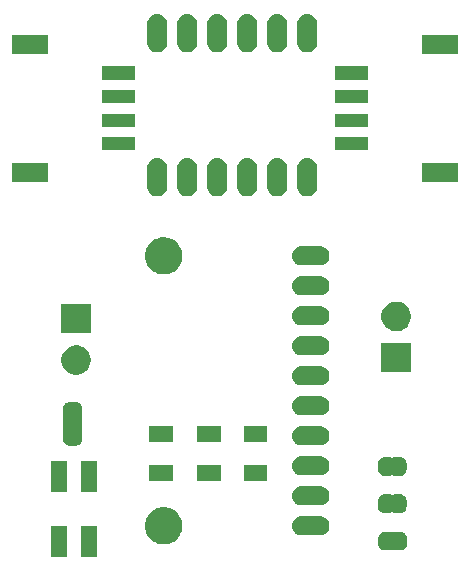
<source format=gbr>
G04 #@! TF.GenerationSoftware,KiCad,Pcbnew,(5.1.5-0-10_14)*
G04 #@! TF.CreationDate,2020-12-02T11:51:34+01:00*
G04 #@! TF.ProjectId,smartcitizen-adc-4-ch,736d6172-7463-4697-9469-7a656e2d6164,rev?*
G04 #@! TF.SameCoordinates,Original*
G04 #@! TF.FileFunction,Soldermask,Top*
G04 #@! TF.FilePolarity,Negative*
%FSLAX46Y46*%
G04 Gerber Fmt 4.6, Leading zero omitted, Abs format (unit mm)*
G04 Created by KiCad (PCBNEW (5.1.5-0-10_14)) date 2020-12-02 11:51:34*
%MOMM*%
%LPD*%
G04 APERTURE LIST*
%ADD10C,0.100000*%
G04 APERTURE END LIST*
D10*
G36*
X144556000Y-106661000D02*
G01*
X143184000Y-106661000D01*
X143184000Y-104019000D01*
X144556000Y-104019000D01*
X144556000Y-106661000D01*
G37*
G36*
X142016000Y-106661000D02*
G01*
X140644000Y-106661000D01*
X140644000Y-104019000D01*
X142016000Y-104019000D01*
X142016000Y-106661000D01*
G37*
G36*
X169455799Y-104520837D02*
G01*
X169465408Y-104523752D01*
X169474272Y-104528490D01*
X169482037Y-104534863D01*
X169492248Y-104547306D01*
X169499178Y-104557675D01*
X169516505Y-104575002D01*
X169536880Y-104588615D01*
X169559520Y-104597991D01*
X169583553Y-104602771D01*
X169608057Y-104602770D01*
X169632090Y-104597988D01*
X169654729Y-104588610D01*
X169675102Y-104574995D01*
X169692429Y-104557668D01*
X169699358Y-104547298D01*
X169709563Y-104534863D01*
X169717328Y-104528490D01*
X169726192Y-104523752D01*
X169735801Y-104520837D01*
X169751940Y-104519248D01*
X170239661Y-104519248D01*
X170257999Y-104521054D01*
X170270250Y-104521656D01*
X170288669Y-104521656D01*
X170310949Y-104523850D01*
X170395033Y-104540576D01*
X170416460Y-104547076D01*
X170495658Y-104579880D01*
X170501103Y-104582791D01*
X170501109Y-104582793D01*
X170509969Y-104587529D01*
X170509973Y-104587532D01*
X170515414Y-104590440D01*
X170586699Y-104638071D01*
X170604004Y-104652272D01*
X170664628Y-104712896D01*
X170678829Y-104730201D01*
X170726460Y-104801486D01*
X170729368Y-104806927D01*
X170729371Y-104806931D01*
X170734107Y-104815791D01*
X170734109Y-104815797D01*
X170737020Y-104821242D01*
X170769824Y-104900440D01*
X170776324Y-104921867D01*
X170793050Y-105005951D01*
X170795244Y-105028231D01*
X170795244Y-105046650D01*
X170795846Y-105058901D01*
X170797652Y-105077239D01*
X170797652Y-105564962D01*
X170795846Y-105583299D01*
X170795244Y-105595550D01*
X170795244Y-105613969D01*
X170793050Y-105636249D01*
X170776324Y-105720333D01*
X170769824Y-105741760D01*
X170737020Y-105820958D01*
X170734109Y-105826403D01*
X170734107Y-105826409D01*
X170729371Y-105835269D01*
X170729368Y-105835273D01*
X170726460Y-105840714D01*
X170678829Y-105911999D01*
X170664628Y-105929304D01*
X170604004Y-105989928D01*
X170586699Y-106004129D01*
X170515414Y-106051760D01*
X170509973Y-106054668D01*
X170509969Y-106054671D01*
X170501109Y-106059407D01*
X170501103Y-106059409D01*
X170495658Y-106062320D01*
X170416460Y-106095124D01*
X170395033Y-106101624D01*
X170310949Y-106118350D01*
X170288669Y-106120544D01*
X170270250Y-106120544D01*
X170257999Y-106121146D01*
X170239662Y-106122952D01*
X169751940Y-106122952D01*
X169735801Y-106121363D01*
X169726192Y-106118448D01*
X169717328Y-106113710D01*
X169709563Y-106107337D01*
X169699352Y-106094894D01*
X169692422Y-106084525D01*
X169675095Y-106067198D01*
X169654720Y-106053585D01*
X169632080Y-106044209D01*
X169608047Y-106039429D01*
X169583543Y-106039430D01*
X169559510Y-106044212D01*
X169536871Y-106053590D01*
X169516498Y-106067205D01*
X169499171Y-106084532D01*
X169492242Y-106094902D01*
X169482037Y-106107337D01*
X169474272Y-106113710D01*
X169465408Y-106118448D01*
X169455799Y-106121363D01*
X169439660Y-106122952D01*
X168951938Y-106122952D01*
X168933601Y-106121146D01*
X168921350Y-106120544D01*
X168902931Y-106120544D01*
X168880651Y-106118350D01*
X168796567Y-106101624D01*
X168775140Y-106095124D01*
X168695942Y-106062320D01*
X168690497Y-106059409D01*
X168690491Y-106059407D01*
X168681631Y-106054671D01*
X168681627Y-106054668D01*
X168676186Y-106051760D01*
X168604901Y-106004129D01*
X168587596Y-105989928D01*
X168526972Y-105929304D01*
X168512771Y-105911999D01*
X168465140Y-105840714D01*
X168462232Y-105835273D01*
X168462229Y-105835269D01*
X168457493Y-105826409D01*
X168457491Y-105826403D01*
X168454580Y-105820958D01*
X168421776Y-105741760D01*
X168415276Y-105720333D01*
X168398550Y-105636249D01*
X168396356Y-105613969D01*
X168396356Y-105595550D01*
X168395754Y-105583299D01*
X168393948Y-105564962D01*
X168393948Y-105077239D01*
X168395754Y-105058901D01*
X168396356Y-105046650D01*
X168396356Y-105028231D01*
X168398550Y-105005951D01*
X168415276Y-104921867D01*
X168421776Y-104900440D01*
X168454580Y-104821242D01*
X168457491Y-104815797D01*
X168457493Y-104815791D01*
X168462229Y-104806931D01*
X168462232Y-104806927D01*
X168465140Y-104801486D01*
X168512771Y-104730201D01*
X168526972Y-104712896D01*
X168587596Y-104652272D01*
X168604901Y-104638071D01*
X168676186Y-104590440D01*
X168681627Y-104587532D01*
X168681631Y-104587529D01*
X168690491Y-104582793D01*
X168690497Y-104582791D01*
X168695942Y-104579880D01*
X168775140Y-104547076D01*
X168796567Y-104540576D01*
X168880651Y-104523850D01*
X168902931Y-104521656D01*
X168921350Y-104521656D01*
X168933601Y-104521054D01*
X168951939Y-104519248D01*
X169439660Y-104519248D01*
X169455799Y-104520837D01*
G37*
G36*
X150419758Y-102473949D02*
G01*
X150671011Y-102523926D01*
X150753352Y-102558033D01*
X150957641Y-102642652D01*
X151043239Y-102699847D01*
X151215604Y-102815017D01*
X151434983Y-103034396D01*
X151550153Y-103206761D01*
X151607348Y-103292359D01*
X151676896Y-103460263D01*
X151726074Y-103578989D01*
X151786600Y-103883276D01*
X151786600Y-104193524D01*
X151726074Y-104497811D01*
X151687706Y-104590440D01*
X151607348Y-104784441D01*
X151582758Y-104821242D01*
X151434983Y-105042404D01*
X151215604Y-105261783D01*
X151043239Y-105376953D01*
X150957641Y-105434148D01*
X150789737Y-105503696D01*
X150671011Y-105552874D01*
X150579382Y-105571100D01*
X150366725Y-105613400D01*
X150056475Y-105613400D01*
X149843818Y-105571100D01*
X149752189Y-105552874D01*
X149633463Y-105503696D01*
X149465559Y-105434148D01*
X149379961Y-105376953D01*
X149207596Y-105261783D01*
X148988217Y-105042404D01*
X148840442Y-104821242D01*
X148815852Y-104784441D01*
X148735494Y-104590440D01*
X148697126Y-104497811D01*
X148636600Y-104193524D01*
X148636600Y-103883276D01*
X148697126Y-103578989D01*
X148746304Y-103460263D01*
X148815852Y-103292359D01*
X148873047Y-103206761D01*
X148988217Y-103034396D01*
X149207596Y-102815017D01*
X149379961Y-102699847D01*
X149465559Y-102642652D01*
X149669848Y-102558033D01*
X149752189Y-102523926D01*
X150003442Y-102473949D01*
X150056475Y-102463400D01*
X150366725Y-102463400D01*
X150419758Y-102473949D01*
G37*
G36*
X163503347Y-103229321D02*
G01*
X163582976Y-103237164D01*
X163736227Y-103283652D01*
X163736230Y-103283653D01*
X163877463Y-103359144D01*
X164001259Y-103460741D01*
X164102856Y-103584537D01*
X164178347Y-103725770D01*
X164178348Y-103725773D01*
X164224836Y-103879024D01*
X164240533Y-104038400D01*
X164224836Y-104197776D01*
X164178348Y-104351027D01*
X164178347Y-104351030D01*
X164102856Y-104492263D01*
X164001259Y-104616059D01*
X163877463Y-104717656D01*
X163736230Y-104793147D01*
X163736227Y-104793148D01*
X163582976Y-104839636D01*
X163503347Y-104847479D01*
X163463534Y-104851400D01*
X161859666Y-104851400D01*
X161819853Y-104847479D01*
X161740224Y-104839636D01*
X161586973Y-104793148D01*
X161586970Y-104793147D01*
X161445737Y-104717656D01*
X161321941Y-104616059D01*
X161220344Y-104492263D01*
X161144853Y-104351030D01*
X161144852Y-104351027D01*
X161098364Y-104197776D01*
X161082667Y-104038400D01*
X161098364Y-103879024D01*
X161144852Y-103725773D01*
X161144853Y-103725770D01*
X161220344Y-103584537D01*
X161321941Y-103460741D01*
X161445737Y-103359144D01*
X161586970Y-103283653D01*
X161586973Y-103283652D01*
X161740224Y-103237164D01*
X161819853Y-103229321D01*
X161859666Y-103225400D01*
X163463534Y-103225400D01*
X163503347Y-103229321D01*
G37*
G36*
X169430399Y-101358537D02*
G01*
X169440008Y-101361452D01*
X169448872Y-101366190D01*
X169456637Y-101372563D01*
X169466848Y-101385006D01*
X169473778Y-101395375D01*
X169491105Y-101412702D01*
X169511480Y-101426315D01*
X169534120Y-101435691D01*
X169558153Y-101440471D01*
X169582657Y-101440470D01*
X169606690Y-101435688D01*
X169629329Y-101426310D01*
X169649702Y-101412695D01*
X169667029Y-101395368D01*
X169673958Y-101384998D01*
X169684163Y-101372563D01*
X169691928Y-101366190D01*
X169700792Y-101361452D01*
X169710401Y-101358537D01*
X169726540Y-101356948D01*
X170214261Y-101356948D01*
X170232599Y-101358754D01*
X170244850Y-101359356D01*
X170263269Y-101359356D01*
X170285549Y-101361550D01*
X170369633Y-101378276D01*
X170391060Y-101384776D01*
X170470258Y-101417580D01*
X170475703Y-101420491D01*
X170475709Y-101420493D01*
X170484569Y-101425229D01*
X170484573Y-101425232D01*
X170490014Y-101428140D01*
X170561299Y-101475771D01*
X170578604Y-101489972D01*
X170639228Y-101550596D01*
X170653429Y-101567901D01*
X170701060Y-101639186D01*
X170703968Y-101644627D01*
X170703971Y-101644631D01*
X170708707Y-101653491D01*
X170708709Y-101653497D01*
X170711620Y-101658942D01*
X170744424Y-101738140D01*
X170750924Y-101759567D01*
X170767650Y-101843651D01*
X170769844Y-101865931D01*
X170769844Y-101884350D01*
X170770446Y-101896601D01*
X170772252Y-101914939D01*
X170772252Y-102402662D01*
X170770446Y-102420999D01*
X170769844Y-102433250D01*
X170769844Y-102451669D01*
X170767650Y-102473949D01*
X170750924Y-102558033D01*
X170744424Y-102579460D01*
X170711620Y-102658658D01*
X170708709Y-102664103D01*
X170708707Y-102664109D01*
X170703971Y-102672969D01*
X170703968Y-102672973D01*
X170701060Y-102678414D01*
X170653429Y-102749699D01*
X170639228Y-102767004D01*
X170578604Y-102827628D01*
X170561299Y-102841829D01*
X170490014Y-102889460D01*
X170484573Y-102892368D01*
X170484569Y-102892371D01*
X170475709Y-102897107D01*
X170475703Y-102897109D01*
X170470258Y-102900020D01*
X170391060Y-102932824D01*
X170369633Y-102939324D01*
X170285549Y-102956050D01*
X170263269Y-102958244D01*
X170244850Y-102958244D01*
X170232599Y-102958846D01*
X170214262Y-102960652D01*
X169726540Y-102960652D01*
X169710401Y-102959063D01*
X169700792Y-102956148D01*
X169691928Y-102951410D01*
X169684163Y-102945037D01*
X169673952Y-102932594D01*
X169667022Y-102922225D01*
X169649695Y-102904898D01*
X169629320Y-102891285D01*
X169606680Y-102881909D01*
X169582647Y-102877129D01*
X169558143Y-102877130D01*
X169534110Y-102881912D01*
X169511471Y-102891290D01*
X169491098Y-102904905D01*
X169473771Y-102922232D01*
X169466842Y-102932602D01*
X169456637Y-102945037D01*
X169448872Y-102951410D01*
X169440008Y-102956148D01*
X169430399Y-102959063D01*
X169414260Y-102960652D01*
X168926538Y-102960652D01*
X168908201Y-102958846D01*
X168895950Y-102958244D01*
X168877531Y-102958244D01*
X168855251Y-102956050D01*
X168771167Y-102939324D01*
X168749740Y-102932824D01*
X168670542Y-102900020D01*
X168665097Y-102897109D01*
X168665091Y-102897107D01*
X168656231Y-102892371D01*
X168656227Y-102892368D01*
X168650786Y-102889460D01*
X168579501Y-102841829D01*
X168562196Y-102827628D01*
X168501572Y-102767004D01*
X168487371Y-102749699D01*
X168439740Y-102678414D01*
X168436832Y-102672973D01*
X168436829Y-102672969D01*
X168432093Y-102664109D01*
X168432091Y-102664103D01*
X168429180Y-102658658D01*
X168396376Y-102579460D01*
X168389876Y-102558033D01*
X168373150Y-102473949D01*
X168370956Y-102451669D01*
X168370956Y-102433250D01*
X168370354Y-102420999D01*
X168368548Y-102402662D01*
X168368548Y-101914939D01*
X168370354Y-101896601D01*
X168370956Y-101884350D01*
X168370956Y-101865931D01*
X168373150Y-101843651D01*
X168389876Y-101759567D01*
X168396376Y-101738140D01*
X168429180Y-101658942D01*
X168432091Y-101653497D01*
X168432093Y-101653491D01*
X168436829Y-101644631D01*
X168436832Y-101644627D01*
X168439740Y-101639186D01*
X168487371Y-101567901D01*
X168501572Y-101550596D01*
X168562196Y-101489972D01*
X168579501Y-101475771D01*
X168650786Y-101428140D01*
X168656227Y-101425232D01*
X168656231Y-101425229D01*
X168665091Y-101420493D01*
X168665097Y-101420491D01*
X168670542Y-101417580D01*
X168749740Y-101384776D01*
X168771167Y-101378276D01*
X168855251Y-101361550D01*
X168877531Y-101359356D01*
X168895950Y-101359356D01*
X168908201Y-101358754D01*
X168926539Y-101356948D01*
X169414260Y-101356948D01*
X169430399Y-101358537D01*
G37*
G36*
X163503347Y-100689321D02*
G01*
X163582976Y-100697164D01*
X163736227Y-100743652D01*
X163736230Y-100743653D01*
X163877463Y-100819144D01*
X164001259Y-100920741D01*
X164102856Y-101044537D01*
X164178347Y-101185770D01*
X164178348Y-101185773D01*
X164224836Y-101339024D01*
X164240533Y-101498400D01*
X164224836Y-101657776D01*
X164224482Y-101658942D01*
X164178347Y-101811030D01*
X164102856Y-101952263D01*
X164001259Y-102076059D01*
X163877463Y-102177656D01*
X163736230Y-102253147D01*
X163736227Y-102253148D01*
X163582976Y-102299636D01*
X163503347Y-102307479D01*
X163463534Y-102311400D01*
X161859666Y-102311400D01*
X161819853Y-102307479D01*
X161740224Y-102299636D01*
X161586973Y-102253148D01*
X161586970Y-102253147D01*
X161445737Y-102177656D01*
X161321941Y-102076059D01*
X161220344Y-101952263D01*
X161144853Y-101811030D01*
X161098718Y-101658942D01*
X161098364Y-101657776D01*
X161082667Y-101498400D01*
X161098364Y-101339024D01*
X161144852Y-101185773D01*
X161144853Y-101185770D01*
X161220344Y-101044537D01*
X161321941Y-100920741D01*
X161445737Y-100819144D01*
X161586970Y-100743653D01*
X161586973Y-100743652D01*
X161740224Y-100697164D01*
X161819853Y-100689321D01*
X161859666Y-100685400D01*
X163463534Y-100685400D01*
X163503347Y-100689321D01*
G37*
G36*
X144556000Y-101202540D02*
G01*
X143184000Y-101202540D01*
X143184000Y-98560540D01*
X144556000Y-98560540D01*
X144556000Y-101202540D01*
G37*
G36*
X142016000Y-101202540D02*
G01*
X140644000Y-101202540D01*
X140644000Y-98560540D01*
X142016000Y-98560540D01*
X142016000Y-101202540D01*
G37*
G36*
X158991500Y-100279400D02*
G01*
X156984500Y-100279400D01*
X156984500Y-98907400D01*
X158991500Y-98907400D01*
X158991500Y-100279400D01*
G37*
G36*
X155029100Y-100279400D02*
G01*
X153022100Y-100279400D01*
X153022100Y-98907400D01*
X155029100Y-98907400D01*
X155029100Y-100279400D01*
G37*
G36*
X151015900Y-100279400D02*
G01*
X149008900Y-100279400D01*
X149008900Y-98907400D01*
X151015900Y-98907400D01*
X151015900Y-100279400D01*
G37*
G36*
X169430399Y-98208937D02*
G01*
X169440008Y-98211852D01*
X169448872Y-98216590D01*
X169456637Y-98222963D01*
X169466848Y-98235406D01*
X169473778Y-98245775D01*
X169491105Y-98263102D01*
X169511480Y-98276715D01*
X169534120Y-98286091D01*
X169558153Y-98290871D01*
X169582657Y-98290870D01*
X169606690Y-98286088D01*
X169629329Y-98276710D01*
X169649702Y-98263095D01*
X169667029Y-98245768D01*
X169673958Y-98235398D01*
X169684163Y-98222963D01*
X169691928Y-98216590D01*
X169700792Y-98211852D01*
X169710401Y-98208937D01*
X169726540Y-98207348D01*
X170214261Y-98207348D01*
X170232599Y-98209154D01*
X170244850Y-98209756D01*
X170263269Y-98209756D01*
X170285549Y-98211950D01*
X170369633Y-98228676D01*
X170391060Y-98235176D01*
X170470258Y-98267980D01*
X170475703Y-98270891D01*
X170475709Y-98270893D01*
X170484569Y-98275629D01*
X170484573Y-98275632D01*
X170490014Y-98278540D01*
X170561299Y-98326171D01*
X170578604Y-98340372D01*
X170639228Y-98400996D01*
X170653429Y-98418301D01*
X170701060Y-98489586D01*
X170703968Y-98495027D01*
X170703971Y-98495031D01*
X170708707Y-98503891D01*
X170708709Y-98503897D01*
X170711620Y-98509342D01*
X170744424Y-98588540D01*
X170750924Y-98609967D01*
X170767650Y-98694051D01*
X170769844Y-98716331D01*
X170769844Y-98734750D01*
X170770446Y-98747001D01*
X170772252Y-98765339D01*
X170772252Y-99253062D01*
X170770446Y-99271399D01*
X170769844Y-99283650D01*
X170769844Y-99302069D01*
X170767650Y-99324349D01*
X170750924Y-99408433D01*
X170744424Y-99429860D01*
X170711620Y-99509058D01*
X170708709Y-99514503D01*
X170708707Y-99514509D01*
X170703971Y-99523369D01*
X170703968Y-99523373D01*
X170701060Y-99528814D01*
X170653429Y-99600099D01*
X170639228Y-99617404D01*
X170578604Y-99678028D01*
X170561299Y-99692229D01*
X170490014Y-99739860D01*
X170484573Y-99742768D01*
X170484569Y-99742771D01*
X170475709Y-99747507D01*
X170475703Y-99747509D01*
X170470258Y-99750420D01*
X170391060Y-99783224D01*
X170369633Y-99789724D01*
X170285549Y-99806450D01*
X170263269Y-99808644D01*
X170244850Y-99808644D01*
X170232599Y-99809246D01*
X170214262Y-99811052D01*
X169726540Y-99811052D01*
X169710401Y-99809463D01*
X169700792Y-99806548D01*
X169691928Y-99801810D01*
X169684163Y-99795437D01*
X169673952Y-99782994D01*
X169667022Y-99772625D01*
X169649695Y-99755298D01*
X169629320Y-99741685D01*
X169606680Y-99732309D01*
X169582647Y-99727529D01*
X169558143Y-99727530D01*
X169534110Y-99732312D01*
X169511471Y-99741690D01*
X169491098Y-99755305D01*
X169473771Y-99772632D01*
X169466842Y-99783002D01*
X169456637Y-99795437D01*
X169448872Y-99801810D01*
X169440008Y-99806548D01*
X169430399Y-99809463D01*
X169414260Y-99811052D01*
X168926538Y-99811052D01*
X168908201Y-99809246D01*
X168895950Y-99808644D01*
X168877531Y-99808644D01*
X168855251Y-99806450D01*
X168771167Y-99789724D01*
X168749740Y-99783224D01*
X168670542Y-99750420D01*
X168665097Y-99747509D01*
X168665091Y-99747507D01*
X168656231Y-99742771D01*
X168656227Y-99742768D01*
X168650786Y-99739860D01*
X168579501Y-99692229D01*
X168562196Y-99678028D01*
X168501572Y-99617404D01*
X168487371Y-99600099D01*
X168439740Y-99528814D01*
X168436832Y-99523373D01*
X168436829Y-99523369D01*
X168432093Y-99514509D01*
X168432091Y-99514503D01*
X168429180Y-99509058D01*
X168396376Y-99429860D01*
X168389876Y-99408433D01*
X168373150Y-99324349D01*
X168370956Y-99302069D01*
X168370956Y-99283650D01*
X168370354Y-99271399D01*
X168368548Y-99253062D01*
X168368548Y-98765339D01*
X168370354Y-98747001D01*
X168370956Y-98734750D01*
X168370956Y-98716331D01*
X168373150Y-98694051D01*
X168389876Y-98609967D01*
X168396376Y-98588540D01*
X168429180Y-98509342D01*
X168432091Y-98503897D01*
X168432093Y-98503891D01*
X168436829Y-98495031D01*
X168436832Y-98495027D01*
X168439740Y-98489586D01*
X168487371Y-98418301D01*
X168501572Y-98400996D01*
X168562196Y-98340372D01*
X168579501Y-98326171D01*
X168650786Y-98278540D01*
X168656227Y-98275632D01*
X168656231Y-98275629D01*
X168665091Y-98270893D01*
X168665097Y-98270891D01*
X168670542Y-98267980D01*
X168749740Y-98235176D01*
X168771167Y-98228676D01*
X168855251Y-98211950D01*
X168877531Y-98209756D01*
X168895950Y-98209756D01*
X168908201Y-98209154D01*
X168926539Y-98207348D01*
X169414260Y-98207348D01*
X169430399Y-98208937D01*
G37*
G36*
X163503347Y-98149321D02*
G01*
X163582976Y-98157164D01*
X163736227Y-98203652D01*
X163736230Y-98203653D01*
X163877463Y-98279144D01*
X164001259Y-98380741D01*
X164102856Y-98504537D01*
X164178347Y-98645770D01*
X164178348Y-98645773D01*
X164224836Y-98799024D01*
X164240533Y-98958400D01*
X164224836Y-99117776D01*
X164181936Y-99259200D01*
X164178347Y-99271030D01*
X164102856Y-99412263D01*
X164001259Y-99536059D01*
X163877463Y-99637656D01*
X163736230Y-99713147D01*
X163736227Y-99713148D01*
X163582976Y-99759636D01*
X163503347Y-99767479D01*
X163463534Y-99771400D01*
X161859666Y-99771400D01*
X161819853Y-99767479D01*
X161740224Y-99759636D01*
X161586973Y-99713148D01*
X161586970Y-99713147D01*
X161445737Y-99637656D01*
X161321941Y-99536059D01*
X161220344Y-99412263D01*
X161144853Y-99271030D01*
X161141264Y-99259200D01*
X161098364Y-99117776D01*
X161082667Y-98958400D01*
X161098364Y-98799024D01*
X161144852Y-98645773D01*
X161144853Y-98645770D01*
X161220344Y-98504537D01*
X161321941Y-98380741D01*
X161445737Y-98279144D01*
X161586970Y-98203653D01*
X161586973Y-98203652D01*
X161740224Y-98157164D01*
X161819853Y-98149321D01*
X161859666Y-98145400D01*
X163463534Y-98145400D01*
X163503347Y-98149321D01*
G37*
G36*
X142762199Y-93549954D02*
G01*
X142774450Y-93550556D01*
X142792869Y-93550556D01*
X142815149Y-93552750D01*
X142899233Y-93569476D01*
X142920660Y-93575976D01*
X142999858Y-93608780D01*
X143005303Y-93611691D01*
X143005309Y-93611693D01*
X143014169Y-93616429D01*
X143014173Y-93616432D01*
X143019614Y-93619340D01*
X143090899Y-93666971D01*
X143108204Y-93681172D01*
X143168828Y-93741796D01*
X143183029Y-93759101D01*
X143230660Y-93830386D01*
X143233568Y-93835827D01*
X143233571Y-93835831D01*
X143238307Y-93844691D01*
X143238309Y-93844697D01*
X143241220Y-93850142D01*
X143274024Y-93929340D01*
X143280524Y-93950767D01*
X143297250Y-94034851D01*
X143299444Y-94057131D01*
X143299444Y-94075550D01*
X143300046Y-94087801D01*
X143301852Y-94106139D01*
X143301852Y-94643860D01*
X143300263Y-94659999D01*
X143295855Y-94674528D01*
X143290394Y-94687711D01*
X143285612Y-94711745D01*
X143285611Y-94736249D01*
X143290391Y-94760282D01*
X143299768Y-94782921D01*
X143301000Y-94784765D01*
X143301000Y-96016050D01*
X143294525Y-96028164D01*
X143287412Y-96051613D01*
X143285010Y-96075999D01*
X143287412Y-96100385D01*
X143294525Y-96123834D01*
X143296848Y-96128746D01*
X143300263Y-96140001D01*
X143301852Y-96156140D01*
X143301852Y-96693862D01*
X143300046Y-96712199D01*
X143299444Y-96724450D01*
X143299444Y-96742869D01*
X143297250Y-96765149D01*
X143280524Y-96849233D01*
X143274024Y-96870660D01*
X143241220Y-96949858D01*
X143238309Y-96955303D01*
X143238307Y-96955309D01*
X143233571Y-96964169D01*
X143233568Y-96964173D01*
X143230660Y-96969614D01*
X143183029Y-97040899D01*
X143168828Y-97058204D01*
X143108204Y-97118828D01*
X143090899Y-97133029D01*
X143019614Y-97180660D01*
X143014173Y-97183568D01*
X143014169Y-97183571D01*
X143005309Y-97188307D01*
X143005303Y-97188309D01*
X142999858Y-97191220D01*
X142920660Y-97224024D01*
X142899233Y-97230524D01*
X142815149Y-97247250D01*
X142792869Y-97249444D01*
X142774450Y-97249444D01*
X142762199Y-97250046D01*
X142743862Y-97251852D01*
X142256138Y-97251852D01*
X142237801Y-97250046D01*
X142225550Y-97249444D01*
X142207131Y-97249444D01*
X142184851Y-97247250D01*
X142100767Y-97230524D01*
X142079340Y-97224024D01*
X142000142Y-97191220D01*
X141994697Y-97188309D01*
X141994691Y-97188307D01*
X141985831Y-97183571D01*
X141985827Y-97183568D01*
X141980386Y-97180660D01*
X141909101Y-97133029D01*
X141891796Y-97118828D01*
X141831172Y-97058204D01*
X141816971Y-97040899D01*
X141769340Y-96969614D01*
X141766432Y-96964173D01*
X141766429Y-96964169D01*
X141761693Y-96955309D01*
X141761691Y-96955303D01*
X141758780Y-96949858D01*
X141725976Y-96870660D01*
X141719476Y-96849233D01*
X141702750Y-96765149D01*
X141700556Y-96742869D01*
X141700556Y-96724450D01*
X141699954Y-96712199D01*
X141698148Y-96693862D01*
X141698148Y-96156140D01*
X141699737Y-96140001D01*
X141704145Y-96125472D01*
X141709606Y-96112289D01*
X141714388Y-96088255D01*
X141714389Y-96063751D01*
X141709609Y-96039718D01*
X141700232Y-96017079D01*
X141699000Y-96015235D01*
X141699000Y-94783950D01*
X141705475Y-94771836D01*
X141712588Y-94748387D01*
X141714990Y-94724001D01*
X141712588Y-94699615D01*
X141705475Y-94676166D01*
X141703152Y-94671254D01*
X141699737Y-94659999D01*
X141698148Y-94643860D01*
X141698148Y-94106139D01*
X141699954Y-94087801D01*
X141700556Y-94075550D01*
X141700556Y-94057131D01*
X141702750Y-94034851D01*
X141719476Y-93950767D01*
X141725976Y-93929340D01*
X141758780Y-93850142D01*
X141761691Y-93844697D01*
X141761693Y-93844691D01*
X141766429Y-93835831D01*
X141766432Y-93835827D01*
X141769340Y-93830386D01*
X141816971Y-93759101D01*
X141831172Y-93741796D01*
X141891796Y-93681172D01*
X141909101Y-93666971D01*
X141980386Y-93619340D01*
X141985827Y-93616432D01*
X141985831Y-93616429D01*
X141994691Y-93611693D01*
X141994697Y-93611691D01*
X142000142Y-93608780D01*
X142079340Y-93575976D01*
X142100767Y-93569476D01*
X142184851Y-93552750D01*
X142207131Y-93550556D01*
X142225550Y-93550556D01*
X142237801Y-93549954D01*
X142256139Y-93548148D01*
X142743861Y-93548148D01*
X142762199Y-93549954D01*
G37*
G36*
X163503347Y-95609321D02*
G01*
X163582976Y-95617164D01*
X163736227Y-95663652D01*
X163736230Y-95663653D01*
X163877463Y-95739144D01*
X164001259Y-95840741D01*
X164102856Y-95964537D01*
X164178347Y-96105770D01*
X164178348Y-96105773D01*
X164224836Y-96259024D01*
X164240533Y-96418400D01*
X164224836Y-96577776D01*
X164189622Y-96693862D01*
X164178347Y-96731030D01*
X164102856Y-96872263D01*
X164001259Y-96996059D01*
X163877463Y-97097656D01*
X163736230Y-97173147D01*
X163736227Y-97173148D01*
X163582976Y-97219636D01*
X163503347Y-97227479D01*
X163463534Y-97231400D01*
X161859666Y-97231400D01*
X161819853Y-97227479D01*
X161740224Y-97219636D01*
X161586973Y-97173148D01*
X161586970Y-97173147D01*
X161445737Y-97097656D01*
X161321941Y-96996059D01*
X161220344Y-96872263D01*
X161144853Y-96731030D01*
X161133578Y-96693862D01*
X161098364Y-96577776D01*
X161082667Y-96418400D01*
X161098364Y-96259024D01*
X161144852Y-96105773D01*
X161144853Y-96105770D01*
X161220344Y-95964537D01*
X161321941Y-95840741D01*
X161445737Y-95739144D01*
X161586970Y-95663653D01*
X161586973Y-95663652D01*
X161740224Y-95617164D01*
X161819853Y-95609321D01*
X161859666Y-95605400D01*
X163463534Y-95605400D01*
X163503347Y-95609321D01*
G37*
G36*
X151015900Y-96977400D02*
G01*
X149008900Y-96977400D01*
X149008900Y-95605400D01*
X151015900Y-95605400D01*
X151015900Y-96977400D01*
G37*
G36*
X158991500Y-96977400D02*
G01*
X156984500Y-96977400D01*
X156984500Y-95605400D01*
X158991500Y-95605400D01*
X158991500Y-96977400D01*
G37*
G36*
X155029100Y-96977400D02*
G01*
X153022100Y-96977400D01*
X153022100Y-95605400D01*
X155029100Y-95605400D01*
X155029100Y-96977400D01*
G37*
G36*
X163503347Y-93069321D02*
G01*
X163582976Y-93077164D01*
X163736227Y-93123652D01*
X163736230Y-93123653D01*
X163877463Y-93199144D01*
X164001259Y-93300741D01*
X164102856Y-93424537D01*
X164178347Y-93565770D01*
X164178348Y-93565773D01*
X164224836Y-93719024D01*
X164240533Y-93878400D01*
X164224836Y-94037776D01*
X164204098Y-94106139D01*
X164178347Y-94191030D01*
X164102856Y-94332263D01*
X164001259Y-94456059D01*
X163877463Y-94557656D01*
X163736230Y-94633147D01*
X163736227Y-94633148D01*
X163582976Y-94679636D01*
X163515954Y-94686237D01*
X163463534Y-94691400D01*
X161859666Y-94691400D01*
X161807246Y-94686237D01*
X161740224Y-94679636D01*
X161586973Y-94633148D01*
X161586970Y-94633147D01*
X161445737Y-94557656D01*
X161321941Y-94456059D01*
X161220344Y-94332263D01*
X161144853Y-94191030D01*
X161119102Y-94106139D01*
X161098364Y-94037776D01*
X161082667Y-93878400D01*
X161098364Y-93719024D01*
X161144852Y-93565773D01*
X161144853Y-93565770D01*
X161220344Y-93424537D01*
X161321941Y-93300741D01*
X161445737Y-93199144D01*
X161586970Y-93123653D01*
X161586973Y-93123652D01*
X161740224Y-93077164D01*
X161819853Y-93069321D01*
X161859666Y-93065400D01*
X163463534Y-93065400D01*
X163503347Y-93069321D01*
G37*
G36*
X163503347Y-90529321D02*
G01*
X163582976Y-90537164D01*
X163736227Y-90583652D01*
X163736230Y-90583653D01*
X163877463Y-90659144D01*
X164001259Y-90760741D01*
X164102856Y-90884537D01*
X164178347Y-91025770D01*
X164178348Y-91025773D01*
X164224836Y-91179024D01*
X164240533Y-91338400D01*
X164224836Y-91497776D01*
X164178348Y-91651027D01*
X164178347Y-91651030D01*
X164102856Y-91792263D01*
X164001259Y-91916059D01*
X163877463Y-92017656D01*
X163736230Y-92093147D01*
X163736227Y-92093148D01*
X163582976Y-92139636D01*
X163503347Y-92147479D01*
X163463534Y-92151400D01*
X161859666Y-92151400D01*
X161819853Y-92147479D01*
X161740224Y-92139636D01*
X161586973Y-92093148D01*
X161586970Y-92093147D01*
X161445737Y-92017656D01*
X161321941Y-91916059D01*
X161220344Y-91792263D01*
X161144853Y-91651030D01*
X161144852Y-91651027D01*
X161098364Y-91497776D01*
X161082667Y-91338400D01*
X161098364Y-91179024D01*
X161144852Y-91025773D01*
X161144853Y-91025770D01*
X161220344Y-90884537D01*
X161321941Y-90760741D01*
X161445737Y-90659144D01*
X161586970Y-90583653D01*
X161586973Y-90583652D01*
X161740224Y-90537164D01*
X161819853Y-90529321D01*
X161859666Y-90525400D01*
X163463534Y-90525400D01*
X163503347Y-90529321D01*
G37*
G36*
X143164903Y-88797075D02*
G01*
X143392571Y-88891378D01*
X143597466Y-89028285D01*
X143771715Y-89202534D01*
X143887661Y-89376059D01*
X143908623Y-89407431D01*
X144002925Y-89635097D01*
X144051000Y-89876786D01*
X144051000Y-90123214D01*
X144002925Y-90364903D01*
X143912317Y-90583652D01*
X143908622Y-90592571D01*
X143771715Y-90797466D01*
X143597466Y-90971715D01*
X143392571Y-91108622D01*
X143392570Y-91108623D01*
X143392569Y-91108623D01*
X143164903Y-91202925D01*
X142923214Y-91251000D01*
X142676786Y-91251000D01*
X142435097Y-91202925D01*
X142207431Y-91108623D01*
X142207430Y-91108623D01*
X142207429Y-91108622D01*
X142002534Y-90971715D01*
X141828285Y-90797466D01*
X141691378Y-90592571D01*
X141687684Y-90583652D01*
X141597075Y-90364903D01*
X141549000Y-90123214D01*
X141549000Y-89876786D01*
X141597075Y-89635097D01*
X141691377Y-89407431D01*
X141712339Y-89376059D01*
X141828285Y-89202534D01*
X142002534Y-89028285D01*
X142207429Y-88891378D01*
X142435097Y-88797075D01*
X142676786Y-88749000D01*
X142923214Y-88749000D01*
X143164903Y-88797075D01*
G37*
G36*
X171151000Y-91051000D02*
G01*
X168649000Y-91051000D01*
X168649000Y-88549000D01*
X171151000Y-88549000D01*
X171151000Y-91051000D01*
G37*
G36*
X163503347Y-87989321D02*
G01*
X163582976Y-87997164D01*
X163736227Y-88043652D01*
X163736230Y-88043653D01*
X163877463Y-88119144D01*
X164001259Y-88220741D01*
X164102856Y-88344537D01*
X164178347Y-88485770D01*
X164178348Y-88485773D01*
X164224836Y-88639024D01*
X164240533Y-88798400D01*
X164224836Y-88957776D01*
X164203447Y-89028285D01*
X164178347Y-89111030D01*
X164102856Y-89252263D01*
X164001259Y-89376059D01*
X163877463Y-89477656D01*
X163736230Y-89553147D01*
X163736227Y-89553148D01*
X163582976Y-89599636D01*
X163503347Y-89607479D01*
X163463534Y-89611400D01*
X161859666Y-89611400D01*
X161819853Y-89607479D01*
X161740224Y-89599636D01*
X161586973Y-89553148D01*
X161586970Y-89553147D01*
X161445737Y-89477656D01*
X161321941Y-89376059D01*
X161220344Y-89252263D01*
X161144853Y-89111030D01*
X161119753Y-89028285D01*
X161098364Y-88957776D01*
X161082667Y-88798400D01*
X161098364Y-88639024D01*
X161144852Y-88485773D01*
X161144853Y-88485770D01*
X161220344Y-88344537D01*
X161321941Y-88220741D01*
X161445737Y-88119144D01*
X161586970Y-88043653D01*
X161586973Y-88043652D01*
X161740224Y-87997164D01*
X161819853Y-87989321D01*
X161859666Y-87985400D01*
X163463534Y-87985400D01*
X163503347Y-87989321D01*
G37*
G36*
X144051000Y-87751000D02*
G01*
X141549000Y-87751000D01*
X141549000Y-85249000D01*
X144051000Y-85249000D01*
X144051000Y-87751000D01*
G37*
G36*
X170264903Y-85097075D02*
G01*
X170492571Y-85191378D01*
X170697466Y-85328285D01*
X170871715Y-85502534D01*
X171008622Y-85707429D01*
X171008623Y-85707431D01*
X171102925Y-85935097D01*
X171151000Y-86176786D01*
X171151000Y-86423214D01*
X171102925Y-86664903D01*
X171083308Y-86712264D01*
X171008622Y-86892571D01*
X170871715Y-87097466D01*
X170697466Y-87271715D01*
X170492571Y-87408622D01*
X170492570Y-87408623D01*
X170492569Y-87408623D01*
X170264903Y-87502925D01*
X170023214Y-87551000D01*
X169776786Y-87551000D01*
X169535097Y-87502925D01*
X169307431Y-87408623D01*
X169307430Y-87408623D01*
X169307429Y-87408622D01*
X169102534Y-87271715D01*
X168928285Y-87097466D01*
X168791378Y-86892571D01*
X168716693Y-86712264D01*
X168697075Y-86664903D01*
X168649000Y-86423214D01*
X168649000Y-86176786D01*
X168697075Y-85935097D01*
X168791377Y-85707431D01*
X168791378Y-85707429D01*
X168928285Y-85502534D01*
X169102534Y-85328285D01*
X169307429Y-85191378D01*
X169535097Y-85097075D01*
X169776786Y-85049000D01*
X170023214Y-85049000D01*
X170264903Y-85097075D01*
G37*
G36*
X163503347Y-85449321D02*
G01*
X163582976Y-85457164D01*
X163732541Y-85502534D01*
X163736230Y-85503653D01*
X163877463Y-85579144D01*
X164001259Y-85680741D01*
X164102856Y-85804537D01*
X164178347Y-85945770D01*
X164178348Y-85945773D01*
X164224836Y-86099024D01*
X164240533Y-86258400D01*
X164224836Y-86417776D01*
X164223186Y-86423214D01*
X164178347Y-86571030D01*
X164102856Y-86712263D01*
X164001259Y-86836059D01*
X163877463Y-86937656D01*
X163736230Y-87013147D01*
X163736227Y-87013148D01*
X163582976Y-87059636D01*
X163503347Y-87067479D01*
X163463534Y-87071400D01*
X161859666Y-87071400D01*
X161819853Y-87067479D01*
X161740224Y-87059636D01*
X161586973Y-87013148D01*
X161586970Y-87013147D01*
X161445737Y-86937656D01*
X161321941Y-86836059D01*
X161220344Y-86712263D01*
X161144853Y-86571030D01*
X161100014Y-86423214D01*
X161098364Y-86417776D01*
X161082667Y-86258400D01*
X161098364Y-86099024D01*
X161144852Y-85945773D01*
X161144853Y-85945770D01*
X161220344Y-85804537D01*
X161321941Y-85680741D01*
X161445737Y-85579144D01*
X161586970Y-85503653D01*
X161590659Y-85502534D01*
X161740224Y-85457164D01*
X161819853Y-85449321D01*
X161859666Y-85445400D01*
X163463534Y-85445400D01*
X163503347Y-85449321D01*
G37*
G36*
X163503347Y-82909321D02*
G01*
X163582976Y-82917164D01*
X163736227Y-82963652D01*
X163736230Y-82963653D01*
X163877463Y-83039144D01*
X164001259Y-83140741D01*
X164102856Y-83264537D01*
X164178347Y-83405770D01*
X164178348Y-83405773D01*
X164224836Y-83559024D01*
X164240533Y-83718400D01*
X164224836Y-83877776D01*
X164178348Y-84031027D01*
X164178347Y-84031030D01*
X164102856Y-84172263D01*
X164001259Y-84296059D01*
X163877463Y-84397656D01*
X163736230Y-84473147D01*
X163736227Y-84473148D01*
X163582976Y-84519636D01*
X163503347Y-84527479D01*
X163463534Y-84531400D01*
X161859666Y-84531400D01*
X161819853Y-84527479D01*
X161740224Y-84519636D01*
X161586973Y-84473148D01*
X161586970Y-84473147D01*
X161445737Y-84397656D01*
X161321941Y-84296059D01*
X161220344Y-84172263D01*
X161144853Y-84031030D01*
X161144852Y-84031027D01*
X161098364Y-83877776D01*
X161082667Y-83718400D01*
X161098364Y-83559024D01*
X161144852Y-83405773D01*
X161144853Y-83405770D01*
X161220344Y-83264537D01*
X161321941Y-83140741D01*
X161445737Y-83039144D01*
X161586970Y-82963653D01*
X161586973Y-82963652D01*
X161740224Y-82917164D01*
X161819853Y-82909321D01*
X161859666Y-82905400D01*
X163463534Y-82905400D01*
X163503347Y-82909321D01*
G37*
G36*
X150518867Y-79633663D02*
G01*
X150671011Y-79663926D01*
X150789737Y-79713104D01*
X150957641Y-79782652D01*
X150957642Y-79782653D01*
X151215604Y-79955017D01*
X151434983Y-80174396D01*
X151550153Y-80346761D01*
X151607348Y-80432359D01*
X151676896Y-80600263D01*
X151726074Y-80718989D01*
X151786600Y-81023276D01*
X151786600Y-81333524D01*
X151727178Y-81632263D01*
X151726074Y-81637810D01*
X151607348Y-81924441D01*
X151607347Y-81924442D01*
X151434983Y-82182404D01*
X151215604Y-82401783D01*
X151043239Y-82516953D01*
X150957641Y-82574148D01*
X150789737Y-82643696D01*
X150671011Y-82692874D01*
X150518867Y-82723137D01*
X150366725Y-82753400D01*
X150056475Y-82753400D01*
X149904333Y-82723137D01*
X149752189Y-82692874D01*
X149633463Y-82643696D01*
X149465559Y-82574148D01*
X149379961Y-82516953D01*
X149207596Y-82401783D01*
X148988217Y-82182404D01*
X148815853Y-81924442D01*
X148815852Y-81924441D01*
X148697126Y-81637810D01*
X148696023Y-81632263D01*
X148636600Y-81333524D01*
X148636600Y-81023276D01*
X148697126Y-80718989D01*
X148746304Y-80600263D01*
X148815852Y-80432359D01*
X148873047Y-80346761D01*
X148988217Y-80174396D01*
X149207596Y-79955017D01*
X149465558Y-79782653D01*
X149465559Y-79782652D01*
X149633463Y-79713104D01*
X149752189Y-79663926D01*
X150056475Y-79603400D01*
X150366725Y-79603400D01*
X150518867Y-79633663D01*
G37*
G36*
X163503347Y-80369321D02*
G01*
X163582976Y-80377164D01*
X163736227Y-80423652D01*
X163736230Y-80423653D01*
X163877463Y-80499144D01*
X164001259Y-80600741D01*
X164102856Y-80724537D01*
X164178347Y-80865770D01*
X164178348Y-80865773D01*
X164224836Y-81019024D01*
X164240533Y-81178400D01*
X164224836Y-81337776D01*
X164178348Y-81491027D01*
X164178347Y-81491030D01*
X164102856Y-81632263D01*
X164001259Y-81756059D01*
X163877463Y-81857656D01*
X163736230Y-81933147D01*
X163736227Y-81933148D01*
X163582976Y-81979636D01*
X163503347Y-81987479D01*
X163463534Y-81991400D01*
X161859666Y-81991400D01*
X161819853Y-81987479D01*
X161740224Y-81979636D01*
X161586973Y-81933148D01*
X161586970Y-81933147D01*
X161445737Y-81857656D01*
X161321941Y-81756059D01*
X161220344Y-81632263D01*
X161144853Y-81491030D01*
X161144852Y-81491027D01*
X161098364Y-81337776D01*
X161082667Y-81178400D01*
X161098364Y-81019024D01*
X161144852Y-80865773D01*
X161144853Y-80865770D01*
X161220344Y-80724537D01*
X161321941Y-80600741D01*
X161445737Y-80499144D01*
X161586970Y-80423653D01*
X161586973Y-80423652D01*
X161740224Y-80377164D01*
X161819853Y-80369321D01*
X161859666Y-80365400D01*
X163463534Y-80365400D01*
X163503347Y-80369321D01*
G37*
G36*
X159986095Y-72910496D02*
G01*
X160148884Y-72959878D01*
X160148887Y-72959879D01*
X160298907Y-73040066D01*
X160298908Y-73040067D01*
X160298912Y-73040069D01*
X160430412Y-73147988D01*
X160538331Y-73279488D01*
X160538333Y-73279492D01*
X160538334Y-73279493D01*
X160618521Y-73429513D01*
X160618522Y-73429516D01*
X160667904Y-73592305D01*
X160680400Y-73719180D01*
X160680400Y-75328020D01*
X160667904Y-75454895D01*
X160618522Y-75617683D01*
X160618521Y-75617687D01*
X160538334Y-75767707D01*
X160538331Y-75767712D01*
X160430412Y-75899212D01*
X160298911Y-76007131D01*
X160298907Y-76007134D01*
X160148887Y-76087321D01*
X160106526Y-76100171D01*
X159986094Y-76136704D01*
X159816800Y-76153378D01*
X159647505Y-76136704D01*
X159484716Y-76087322D01*
X159484713Y-76087321D01*
X159334693Y-76007134D01*
X159334692Y-76007133D01*
X159334688Y-76007131D01*
X159203188Y-75899212D01*
X159095269Y-75767711D01*
X159095268Y-75767710D01*
X159095266Y-75767707D01*
X159015079Y-75617687D01*
X159002229Y-75575326D01*
X158965696Y-75454894D01*
X158953200Y-75328019D01*
X158953201Y-73719180D01*
X158965697Y-73592305D01*
X159015079Y-73429516D01*
X159015080Y-73429513D01*
X159095267Y-73279493D01*
X159095268Y-73279492D01*
X159095270Y-73279488D01*
X159203189Y-73147988D01*
X159334689Y-73040069D01*
X159334693Y-73040067D01*
X159334694Y-73040066D01*
X159484714Y-72959879D01*
X159484717Y-72959878D01*
X159647506Y-72910496D01*
X159816800Y-72893822D01*
X159986095Y-72910496D01*
G37*
G36*
X149826095Y-72910496D02*
G01*
X149988884Y-72959878D01*
X149988887Y-72959879D01*
X150138907Y-73040066D01*
X150138908Y-73040067D01*
X150138912Y-73040069D01*
X150270412Y-73147988D01*
X150378331Y-73279488D01*
X150378333Y-73279492D01*
X150378334Y-73279493D01*
X150458521Y-73429513D01*
X150458522Y-73429516D01*
X150507904Y-73592305D01*
X150520400Y-73719180D01*
X150520400Y-75328020D01*
X150507904Y-75454895D01*
X150458522Y-75617683D01*
X150458521Y-75617687D01*
X150378334Y-75767707D01*
X150378331Y-75767712D01*
X150270412Y-75899212D01*
X150138911Y-76007131D01*
X150138907Y-76007134D01*
X149988887Y-76087321D01*
X149946526Y-76100171D01*
X149826094Y-76136704D01*
X149656800Y-76153378D01*
X149487505Y-76136704D01*
X149324716Y-76087322D01*
X149324713Y-76087321D01*
X149174693Y-76007134D01*
X149174692Y-76007133D01*
X149174688Y-76007131D01*
X149043188Y-75899212D01*
X148935269Y-75767711D01*
X148935268Y-75767710D01*
X148935266Y-75767707D01*
X148855079Y-75617687D01*
X148842229Y-75575326D01*
X148805696Y-75454894D01*
X148793200Y-75328019D01*
X148793201Y-73719180D01*
X148805697Y-73592305D01*
X148855079Y-73429516D01*
X148855080Y-73429513D01*
X148935267Y-73279493D01*
X148935268Y-73279492D01*
X148935270Y-73279488D01*
X149043189Y-73147988D01*
X149174689Y-73040069D01*
X149174693Y-73040067D01*
X149174694Y-73040066D01*
X149324714Y-72959879D01*
X149324717Y-72959878D01*
X149487506Y-72910496D01*
X149656800Y-72893822D01*
X149826095Y-72910496D01*
G37*
G36*
X152366095Y-72910496D02*
G01*
X152528884Y-72959878D01*
X152528887Y-72959879D01*
X152678907Y-73040066D01*
X152678908Y-73040067D01*
X152678912Y-73040069D01*
X152810412Y-73147988D01*
X152918331Y-73279488D01*
X152918333Y-73279492D01*
X152918334Y-73279493D01*
X152998521Y-73429513D01*
X152998522Y-73429516D01*
X153047904Y-73592305D01*
X153060400Y-73719180D01*
X153060400Y-75328020D01*
X153047904Y-75454895D01*
X152998522Y-75617683D01*
X152998521Y-75617687D01*
X152918334Y-75767707D01*
X152918331Y-75767712D01*
X152810412Y-75899212D01*
X152678911Y-76007131D01*
X152678907Y-76007134D01*
X152528887Y-76087321D01*
X152486526Y-76100171D01*
X152366094Y-76136704D01*
X152196800Y-76153378D01*
X152027505Y-76136704D01*
X151864716Y-76087322D01*
X151864713Y-76087321D01*
X151714693Y-76007134D01*
X151714692Y-76007133D01*
X151714688Y-76007131D01*
X151583188Y-75899212D01*
X151475269Y-75767711D01*
X151475268Y-75767710D01*
X151475266Y-75767707D01*
X151395079Y-75617687D01*
X151382229Y-75575326D01*
X151345696Y-75454894D01*
X151333200Y-75328019D01*
X151333201Y-73719180D01*
X151345697Y-73592305D01*
X151395079Y-73429516D01*
X151395080Y-73429513D01*
X151475267Y-73279493D01*
X151475268Y-73279492D01*
X151475270Y-73279488D01*
X151583189Y-73147988D01*
X151714689Y-73040069D01*
X151714693Y-73040067D01*
X151714694Y-73040066D01*
X151864714Y-72959879D01*
X151864717Y-72959878D01*
X152027506Y-72910496D01*
X152196800Y-72893822D01*
X152366095Y-72910496D01*
G37*
G36*
X154906095Y-72910496D02*
G01*
X155068884Y-72959878D01*
X155068887Y-72959879D01*
X155218907Y-73040066D01*
X155218908Y-73040067D01*
X155218912Y-73040069D01*
X155350412Y-73147988D01*
X155458331Y-73279488D01*
X155458333Y-73279492D01*
X155458334Y-73279493D01*
X155538521Y-73429513D01*
X155538522Y-73429516D01*
X155587904Y-73592305D01*
X155600400Y-73719180D01*
X155600400Y-75328020D01*
X155587904Y-75454895D01*
X155538522Y-75617683D01*
X155538521Y-75617687D01*
X155458334Y-75767707D01*
X155458331Y-75767712D01*
X155350412Y-75899212D01*
X155218911Y-76007131D01*
X155218907Y-76007134D01*
X155068887Y-76087321D01*
X155026526Y-76100171D01*
X154906094Y-76136704D01*
X154736800Y-76153378D01*
X154567505Y-76136704D01*
X154404716Y-76087322D01*
X154404713Y-76087321D01*
X154254693Y-76007134D01*
X154254692Y-76007133D01*
X154254688Y-76007131D01*
X154123188Y-75899212D01*
X154015269Y-75767711D01*
X154015268Y-75767710D01*
X154015266Y-75767707D01*
X153935079Y-75617687D01*
X153922229Y-75575326D01*
X153885696Y-75454894D01*
X153873200Y-75328019D01*
X153873201Y-73719180D01*
X153885697Y-73592305D01*
X153935079Y-73429516D01*
X153935080Y-73429513D01*
X154015267Y-73279493D01*
X154015268Y-73279492D01*
X154015270Y-73279488D01*
X154123189Y-73147988D01*
X154254689Y-73040069D01*
X154254693Y-73040067D01*
X154254694Y-73040066D01*
X154404714Y-72959879D01*
X154404717Y-72959878D01*
X154567506Y-72910496D01*
X154736800Y-72893822D01*
X154906095Y-72910496D01*
G37*
G36*
X157446095Y-72910496D02*
G01*
X157608884Y-72959878D01*
X157608887Y-72959879D01*
X157758907Y-73040066D01*
X157758908Y-73040067D01*
X157758912Y-73040069D01*
X157890412Y-73147988D01*
X157998331Y-73279488D01*
X157998333Y-73279492D01*
X157998334Y-73279493D01*
X158078521Y-73429513D01*
X158078522Y-73429516D01*
X158127904Y-73592305D01*
X158140400Y-73719180D01*
X158140400Y-75328020D01*
X158127904Y-75454895D01*
X158078522Y-75617683D01*
X158078521Y-75617687D01*
X157998334Y-75767707D01*
X157998331Y-75767712D01*
X157890412Y-75899212D01*
X157758911Y-76007131D01*
X157758907Y-76007134D01*
X157608887Y-76087321D01*
X157566526Y-76100171D01*
X157446094Y-76136704D01*
X157276800Y-76153378D01*
X157107505Y-76136704D01*
X156944716Y-76087322D01*
X156944713Y-76087321D01*
X156794693Y-76007134D01*
X156794692Y-76007133D01*
X156794688Y-76007131D01*
X156663188Y-75899212D01*
X156555269Y-75767711D01*
X156555268Y-75767710D01*
X156555266Y-75767707D01*
X156475079Y-75617687D01*
X156462229Y-75575326D01*
X156425696Y-75454894D01*
X156413200Y-75328019D01*
X156413201Y-73719180D01*
X156425697Y-73592305D01*
X156475079Y-73429516D01*
X156475080Y-73429513D01*
X156555267Y-73279493D01*
X156555268Y-73279492D01*
X156555270Y-73279488D01*
X156663189Y-73147988D01*
X156794689Y-73040069D01*
X156794693Y-73040067D01*
X156794694Y-73040066D01*
X156944714Y-72959879D01*
X156944717Y-72959878D01*
X157107506Y-72910496D01*
X157276800Y-72893822D01*
X157446095Y-72910496D01*
G37*
G36*
X162526095Y-72910496D02*
G01*
X162688884Y-72959878D01*
X162688887Y-72959879D01*
X162838907Y-73040066D01*
X162838908Y-73040067D01*
X162838912Y-73040069D01*
X162970412Y-73147988D01*
X163078331Y-73279488D01*
X163078333Y-73279492D01*
X163078334Y-73279493D01*
X163158521Y-73429513D01*
X163158522Y-73429516D01*
X163207904Y-73592305D01*
X163220400Y-73719180D01*
X163220400Y-75328020D01*
X163207904Y-75454895D01*
X163158522Y-75617683D01*
X163158521Y-75617687D01*
X163078334Y-75767707D01*
X163078331Y-75767712D01*
X162970412Y-75899212D01*
X162838911Y-76007131D01*
X162838907Y-76007134D01*
X162688887Y-76087321D01*
X162646526Y-76100171D01*
X162526094Y-76136704D01*
X162356800Y-76153378D01*
X162187505Y-76136704D01*
X162024716Y-76087322D01*
X162024713Y-76087321D01*
X161874693Y-76007134D01*
X161874692Y-76007133D01*
X161874688Y-76007131D01*
X161743188Y-75899212D01*
X161635269Y-75767711D01*
X161635268Y-75767710D01*
X161635266Y-75767707D01*
X161555079Y-75617687D01*
X161542229Y-75575326D01*
X161505696Y-75454894D01*
X161493200Y-75328019D01*
X161493201Y-73719180D01*
X161505697Y-73592305D01*
X161555079Y-73429516D01*
X161555080Y-73429513D01*
X161635267Y-73279493D01*
X161635268Y-73279492D01*
X161635270Y-73279488D01*
X161743189Y-73147988D01*
X161874689Y-73040069D01*
X161874693Y-73040067D01*
X161874694Y-73040066D01*
X162024714Y-72959879D01*
X162024717Y-72959878D01*
X162187506Y-72910496D01*
X162356800Y-72893822D01*
X162526095Y-72910496D01*
G37*
G36*
X175149250Y-74898500D02*
G01*
X172047510Y-74898500D01*
X172047510Y-73296500D01*
X175149250Y-73296500D01*
X175149250Y-74898500D01*
G37*
G36*
X140452490Y-74898500D02*
G01*
X137350750Y-74898500D01*
X137350750Y-73296500D01*
X140452490Y-73296500D01*
X140452490Y-74898500D01*
G37*
G36*
X167520360Y-72254930D02*
G01*
X164680240Y-72254930D01*
X164680240Y-71144550D01*
X167520360Y-71144550D01*
X167520360Y-72254930D01*
G37*
G36*
X147819760Y-72254930D02*
G01*
X144979640Y-72254930D01*
X144979640Y-71144550D01*
X147819760Y-71144550D01*
X147819760Y-72254930D01*
G37*
G36*
X147819760Y-70253410D02*
G01*
X144979640Y-70253410D01*
X144979640Y-69143030D01*
X147819760Y-69143030D01*
X147819760Y-70253410D01*
G37*
G36*
X167520360Y-70253410D02*
G01*
X164680240Y-70253410D01*
X164680240Y-69143030D01*
X167520360Y-69143030D01*
X167520360Y-70253410D01*
G37*
G36*
X147819760Y-68256970D02*
G01*
X144979640Y-68256970D01*
X144979640Y-67146590D01*
X147819760Y-67146590D01*
X147819760Y-68256970D01*
G37*
G36*
X167520360Y-68256970D02*
G01*
X164680240Y-68256970D01*
X164680240Y-67146590D01*
X167520360Y-67146590D01*
X167520360Y-68256970D01*
G37*
G36*
X147819760Y-66255450D02*
G01*
X144979640Y-66255450D01*
X144979640Y-65145070D01*
X147819760Y-65145070D01*
X147819760Y-66255450D01*
G37*
G36*
X167520360Y-66255450D02*
G01*
X164680240Y-66255450D01*
X164680240Y-65145070D01*
X167520360Y-65145070D01*
X167520360Y-66255450D01*
G37*
G36*
X175149250Y-64103500D02*
G01*
X172047510Y-64103500D01*
X172047510Y-62501500D01*
X175149250Y-62501500D01*
X175149250Y-64103500D01*
G37*
G36*
X140452490Y-64103500D02*
G01*
X137350750Y-64103500D01*
X137350750Y-62501500D01*
X140452490Y-62501500D01*
X140452490Y-64103500D01*
G37*
G36*
X149826094Y-60716896D02*
G01*
X149946526Y-60753429D01*
X149988887Y-60766279D01*
X150138907Y-60846466D01*
X150138910Y-60846468D01*
X150138911Y-60846469D01*
X150270412Y-60954388D01*
X150378331Y-61085888D01*
X150378333Y-61085892D01*
X150378334Y-61085893D01*
X150458521Y-61235913D01*
X150458522Y-61235916D01*
X150507904Y-61398705D01*
X150520400Y-61525580D01*
X150520400Y-63134420D01*
X150507904Y-63261295D01*
X150458522Y-63424084D01*
X150458521Y-63424087D01*
X150378334Y-63574107D01*
X150378331Y-63574112D01*
X150270412Y-63705612D01*
X150138912Y-63813531D01*
X150138908Y-63813533D01*
X150138907Y-63813534D01*
X149988887Y-63893721D01*
X149988884Y-63893722D01*
X149826095Y-63943104D01*
X149656800Y-63959778D01*
X149487506Y-63943104D01*
X149324717Y-63893722D01*
X149324714Y-63893721D01*
X149174694Y-63813534D01*
X149174693Y-63813533D01*
X149174689Y-63813531D01*
X149043189Y-63705612D01*
X148935270Y-63574112D01*
X148935267Y-63574107D01*
X148855080Y-63424087D01*
X148855079Y-63424084D01*
X148805697Y-63261295D01*
X148793201Y-63134420D01*
X148793200Y-61525581D01*
X148805696Y-61398706D01*
X148855078Y-61235917D01*
X148855079Y-61235913D01*
X148935266Y-61085893D01*
X148935270Y-61085888D01*
X149043188Y-60954388D01*
X149174688Y-60846469D01*
X149174692Y-60846467D01*
X149174693Y-60846466D01*
X149324713Y-60766279D01*
X149324716Y-60766278D01*
X149487505Y-60716896D01*
X149656800Y-60700222D01*
X149826094Y-60716896D01*
G37*
G36*
X152366094Y-60716896D02*
G01*
X152486526Y-60753429D01*
X152528887Y-60766279D01*
X152678907Y-60846466D01*
X152678910Y-60846468D01*
X152678911Y-60846469D01*
X152810412Y-60954388D01*
X152918331Y-61085888D01*
X152918333Y-61085892D01*
X152918334Y-61085893D01*
X152998521Y-61235913D01*
X152998522Y-61235916D01*
X153047904Y-61398705D01*
X153060400Y-61525580D01*
X153060400Y-63134420D01*
X153047904Y-63261295D01*
X152998522Y-63424084D01*
X152998521Y-63424087D01*
X152918334Y-63574107D01*
X152918331Y-63574112D01*
X152810412Y-63705612D01*
X152678912Y-63813531D01*
X152678908Y-63813533D01*
X152678907Y-63813534D01*
X152528887Y-63893721D01*
X152528884Y-63893722D01*
X152366095Y-63943104D01*
X152196800Y-63959778D01*
X152027506Y-63943104D01*
X151864717Y-63893722D01*
X151864714Y-63893721D01*
X151714694Y-63813534D01*
X151714693Y-63813533D01*
X151714689Y-63813531D01*
X151583189Y-63705612D01*
X151475270Y-63574112D01*
X151475267Y-63574107D01*
X151395080Y-63424087D01*
X151395079Y-63424084D01*
X151345697Y-63261295D01*
X151333201Y-63134420D01*
X151333200Y-61525581D01*
X151345696Y-61398706D01*
X151395078Y-61235917D01*
X151395079Y-61235913D01*
X151475266Y-61085893D01*
X151475270Y-61085888D01*
X151583188Y-60954388D01*
X151714688Y-60846469D01*
X151714692Y-60846467D01*
X151714693Y-60846466D01*
X151864713Y-60766279D01*
X151864716Y-60766278D01*
X152027505Y-60716896D01*
X152196800Y-60700222D01*
X152366094Y-60716896D01*
G37*
G36*
X154906094Y-60716896D02*
G01*
X155026526Y-60753429D01*
X155068887Y-60766279D01*
X155218907Y-60846466D01*
X155218910Y-60846468D01*
X155218911Y-60846469D01*
X155350412Y-60954388D01*
X155458331Y-61085888D01*
X155458333Y-61085892D01*
X155458334Y-61085893D01*
X155538521Y-61235913D01*
X155538522Y-61235916D01*
X155587904Y-61398705D01*
X155600400Y-61525580D01*
X155600400Y-63134420D01*
X155587904Y-63261295D01*
X155538522Y-63424084D01*
X155538521Y-63424087D01*
X155458334Y-63574107D01*
X155458331Y-63574112D01*
X155350412Y-63705612D01*
X155218912Y-63813531D01*
X155218908Y-63813533D01*
X155218907Y-63813534D01*
X155068887Y-63893721D01*
X155068884Y-63893722D01*
X154906095Y-63943104D01*
X154736800Y-63959778D01*
X154567506Y-63943104D01*
X154404717Y-63893722D01*
X154404714Y-63893721D01*
X154254694Y-63813534D01*
X154254693Y-63813533D01*
X154254689Y-63813531D01*
X154123189Y-63705612D01*
X154015270Y-63574112D01*
X154015267Y-63574107D01*
X153935080Y-63424087D01*
X153935079Y-63424084D01*
X153885697Y-63261295D01*
X153873201Y-63134420D01*
X153873200Y-61525581D01*
X153885696Y-61398706D01*
X153935078Y-61235917D01*
X153935079Y-61235913D01*
X154015266Y-61085893D01*
X154015270Y-61085888D01*
X154123188Y-60954388D01*
X154254688Y-60846469D01*
X154254692Y-60846467D01*
X154254693Y-60846466D01*
X154404713Y-60766279D01*
X154404716Y-60766278D01*
X154567505Y-60716896D01*
X154736800Y-60700222D01*
X154906094Y-60716896D01*
G37*
G36*
X157446094Y-60716896D02*
G01*
X157566526Y-60753429D01*
X157608887Y-60766279D01*
X157758907Y-60846466D01*
X157758910Y-60846468D01*
X157758911Y-60846469D01*
X157890412Y-60954388D01*
X157998331Y-61085888D01*
X157998333Y-61085892D01*
X157998334Y-61085893D01*
X158078521Y-61235913D01*
X158078522Y-61235916D01*
X158127904Y-61398705D01*
X158140400Y-61525580D01*
X158140400Y-63134420D01*
X158127904Y-63261295D01*
X158078522Y-63424084D01*
X158078521Y-63424087D01*
X157998334Y-63574107D01*
X157998331Y-63574112D01*
X157890412Y-63705612D01*
X157758912Y-63813531D01*
X157758908Y-63813533D01*
X157758907Y-63813534D01*
X157608887Y-63893721D01*
X157608884Y-63893722D01*
X157446095Y-63943104D01*
X157276800Y-63959778D01*
X157107506Y-63943104D01*
X156944717Y-63893722D01*
X156944714Y-63893721D01*
X156794694Y-63813534D01*
X156794693Y-63813533D01*
X156794689Y-63813531D01*
X156663189Y-63705612D01*
X156555270Y-63574112D01*
X156555267Y-63574107D01*
X156475080Y-63424087D01*
X156475079Y-63424084D01*
X156425697Y-63261295D01*
X156413201Y-63134420D01*
X156413200Y-61525581D01*
X156425696Y-61398706D01*
X156475078Y-61235917D01*
X156475079Y-61235913D01*
X156555266Y-61085893D01*
X156555270Y-61085888D01*
X156663188Y-60954388D01*
X156794688Y-60846469D01*
X156794692Y-60846467D01*
X156794693Y-60846466D01*
X156944713Y-60766279D01*
X156944716Y-60766278D01*
X157107505Y-60716896D01*
X157276800Y-60700222D01*
X157446094Y-60716896D01*
G37*
G36*
X159986094Y-60716896D02*
G01*
X160106526Y-60753429D01*
X160148887Y-60766279D01*
X160298907Y-60846466D01*
X160298910Y-60846468D01*
X160298911Y-60846469D01*
X160430412Y-60954388D01*
X160538331Y-61085888D01*
X160538333Y-61085892D01*
X160538334Y-61085893D01*
X160618521Y-61235913D01*
X160618522Y-61235916D01*
X160667904Y-61398705D01*
X160680400Y-61525580D01*
X160680400Y-63134420D01*
X160667904Y-63261295D01*
X160618522Y-63424084D01*
X160618521Y-63424087D01*
X160538334Y-63574107D01*
X160538331Y-63574112D01*
X160430412Y-63705612D01*
X160298912Y-63813531D01*
X160298908Y-63813533D01*
X160298907Y-63813534D01*
X160148887Y-63893721D01*
X160148884Y-63893722D01*
X159986095Y-63943104D01*
X159816800Y-63959778D01*
X159647506Y-63943104D01*
X159484717Y-63893722D01*
X159484714Y-63893721D01*
X159334694Y-63813534D01*
X159334693Y-63813533D01*
X159334689Y-63813531D01*
X159203189Y-63705612D01*
X159095270Y-63574112D01*
X159095267Y-63574107D01*
X159015080Y-63424087D01*
X159015079Y-63424084D01*
X158965697Y-63261295D01*
X158953201Y-63134420D01*
X158953200Y-61525581D01*
X158965696Y-61398706D01*
X159015078Y-61235917D01*
X159015079Y-61235913D01*
X159095266Y-61085893D01*
X159095270Y-61085888D01*
X159203188Y-60954388D01*
X159334688Y-60846469D01*
X159334692Y-60846467D01*
X159334693Y-60846466D01*
X159484713Y-60766279D01*
X159484716Y-60766278D01*
X159647505Y-60716896D01*
X159816800Y-60700222D01*
X159986094Y-60716896D01*
G37*
G36*
X162526094Y-60716896D02*
G01*
X162646526Y-60753429D01*
X162688887Y-60766279D01*
X162838907Y-60846466D01*
X162838910Y-60846468D01*
X162838911Y-60846469D01*
X162970412Y-60954388D01*
X163078331Y-61085888D01*
X163078333Y-61085892D01*
X163078334Y-61085893D01*
X163158521Y-61235913D01*
X163158522Y-61235916D01*
X163207904Y-61398705D01*
X163220400Y-61525580D01*
X163220400Y-63134420D01*
X163207904Y-63261295D01*
X163158522Y-63424084D01*
X163158521Y-63424087D01*
X163078334Y-63574107D01*
X163078331Y-63574112D01*
X162970412Y-63705612D01*
X162838912Y-63813531D01*
X162838908Y-63813533D01*
X162838907Y-63813534D01*
X162688887Y-63893721D01*
X162688884Y-63893722D01*
X162526095Y-63943104D01*
X162356800Y-63959778D01*
X162187506Y-63943104D01*
X162024717Y-63893722D01*
X162024714Y-63893721D01*
X161874694Y-63813534D01*
X161874693Y-63813533D01*
X161874689Y-63813531D01*
X161743189Y-63705612D01*
X161635270Y-63574112D01*
X161635267Y-63574107D01*
X161555080Y-63424087D01*
X161555079Y-63424084D01*
X161505697Y-63261295D01*
X161493201Y-63134420D01*
X161493200Y-61525581D01*
X161505696Y-61398706D01*
X161555078Y-61235917D01*
X161555079Y-61235913D01*
X161635266Y-61085893D01*
X161635270Y-61085888D01*
X161743188Y-60954388D01*
X161874688Y-60846469D01*
X161874692Y-60846467D01*
X161874693Y-60846466D01*
X162024713Y-60766279D01*
X162024716Y-60766278D01*
X162187505Y-60716896D01*
X162356800Y-60700222D01*
X162526094Y-60716896D01*
G37*
M02*

</source>
